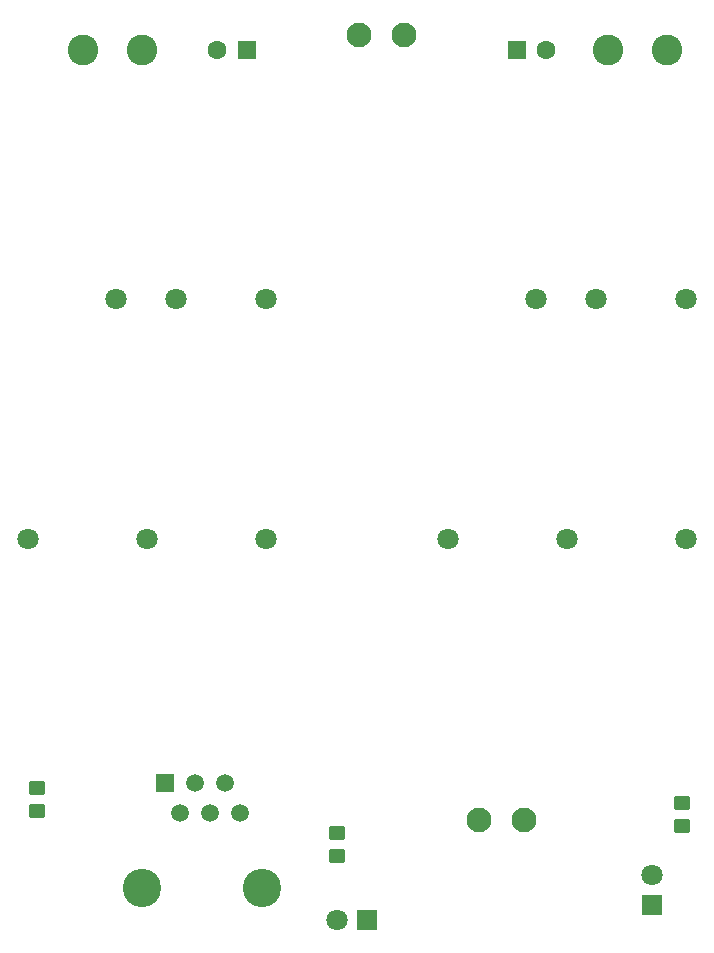
<source format=gbr>
%TF.GenerationSoftware,KiCad,Pcbnew,6.0.2+dfsg-1*%
%TF.CreationDate,2022-06-29T22:04:32+02:00*%
%TF.ProjectId,ID_BAC_Carte_Alimentation,49445f42-4143-45f4-9361-7274655f416c,rev?*%
%TF.SameCoordinates,Original*%
%TF.FileFunction,Soldermask,Bot*%
%TF.FilePolarity,Negative*%
%FSLAX46Y46*%
G04 Gerber Fmt 4.6, Leading zero omitted, Abs format (unit mm)*
G04 Created by KiCad (PCBNEW 6.0.2+dfsg-1) date 2022-06-29 22:04:32*
%MOMM*%
%LPD*%
G01*
G04 APERTURE LIST*
G04 Aperture macros list*
%AMRoundRect*
0 Rectangle with rounded corners*
0 $1 Rounding radius*
0 $2 $3 $4 $5 $6 $7 $8 $9 X,Y pos of 4 corners*
0 Add a 4 corners polygon primitive as box body*
4,1,4,$2,$3,$4,$5,$6,$7,$8,$9,$2,$3,0*
0 Add four circle primitives for the rounded corners*
1,1,$1+$1,$2,$3*
1,1,$1+$1,$4,$5*
1,1,$1+$1,$6,$7*
1,1,$1+$1,$8,$9*
0 Add four rect primitives between the rounded corners*
20,1,$1+$1,$2,$3,$4,$5,0*
20,1,$1+$1,$4,$5,$6,$7,0*
20,1,$1+$1,$6,$7,$8,$9,0*
20,1,$1+$1,$8,$9,$2,$3,0*%
G04 Aperture macros list end*
%ADD10RoundRect,0.250000X-0.450000X0.350000X-0.450000X-0.350000X0.450000X-0.350000X0.450000X0.350000X0*%
%ADD11RoundRect,0.250000X0.450000X-0.350000X0.450000X0.350000X-0.450000X0.350000X-0.450000X-0.350000X0*%
%ADD12R,1.800000X1.800000*%
%ADD13C,1.800000*%
%ADD14C,2.600000*%
%ADD15R,1.600000X1.600000*%
%ADD16C,1.600000*%
%ADD17C,3.250000*%
%ADD18R,1.520000X1.520000*%
%ADD19C,1.520000*%
%ADD20C,2.100000*%
G04 APERTURE END LIST*
D10*
%TO.C,R2*%
X135890000Y-103140000D03*
X135890000Y-105140000D03*
%TD*%
D11*
%TO.C,R1*%
X110490000Y-101330000D03*
X110490000Y-99330000D03*
%TD*%
D10*
%TO.C,R3*%
X165100000Y-100600000D03*
X165100000Y-102600000D03*
%TD*%
D12*
%TO.C,D2*%
X162560000Y-109220000D03*
D13*
X162560000Y-106680000D03*
%TD*%
D12*
%TO.C,D1*%
X138430000Y-110490000D03*
D13*
X135890000Y-110490000D03*
%TD*%
D14*
%TO.C,L2*%
X119380000Y-36830000D03*
X114380000Y-36830000D03*
%TD*%
%TO.C,L1*%
X158830000Y-36830000D03*
X163830000Y-36830000D03*
%TD*%
D15*
%TO.C,C2*%
X151130000Y-36830000D03*
D16*
X153630000Y-36830000D03*
%TD*%
D15*
%TO.C,C1*%
X128270000Y-36830000D03*
D16*
X125770000Y-36830000D03*
%TD*%
D13*
%TO.C,PS2*%
X152720000Y-57930000D03*
X157800000Y-57930000D03*
X145260000Y-78230000D03*
X155360000Y-78230000D03*
X165460000Y-78230000D03*
X165460000Y-57930000D03*
%TD*%
%TO.C,PS1*%
X117160000Y-57930000D03*
X122240000Y-57930000D03*
X109700000Y-78230000D03*
X119800000Y-78230000D03*
X129900000Y-78230000D03*
X129900000Y-57930000D03*
%TD*%
D17*
%TO.C,J3*%
X119380000Y-107800000D03*
X129540000Y-107800000D03*
D18*
X121290000Y-98910000D03*
D19*
X122560000Y-101450000D03*
X123830000Y-98910000D03*
X125100000Y-101450000D03*
X126370000Y-98910000D03*
X127640000Y-101450000D03*
%TD*%
D20*
%TO.C,J2*%
X147955000Y-102010000D03*
X151765000Y-102010000D03*
%TD*%
%TO.C,J1*%
X141605000Y-35560000D03*
X137795000Y-35560000D03*
%TD*%
M02*

</source>
